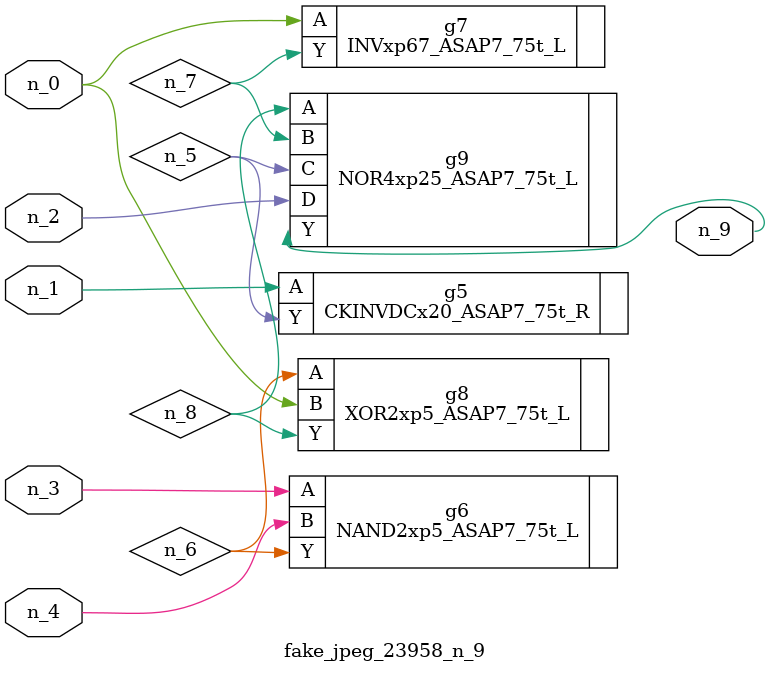
<source format=v>
module fake_jpeg_23958_n_9 (n_3, n_2, n_1, n_0, n_4, n_9);

input n_3;
input n_2;
input n_1;
input n_0;
input n_4;

output n_9;

wire n_8;
wire n_6;
wire n_5;
wire n_7;

CKINVDCx20_ASAP7_75t_R g5 ( 
.A(n_1),
.Y(n_5)
);

NAND2xp5_ASAP7_75t_L g6 ( 
.A(n_3),
.B(n_4),
.Y(n_6)
);

INVxp67_ASAP7_75t_L g7 ( 
.A(n_0),
.Y(n_7)
);

XOR2xp5_ASAP7_75t_L g8 ( 
.A(n_6),
.B(n_0),
.Y(n_8)
);

NOR4xp25_ASAP7_75t_L g9 ( 
.A(n_8),
.B(n_7),
.C(n_5),
.D(n_2),
.Y(n_9)
);


endmodule
</source>
